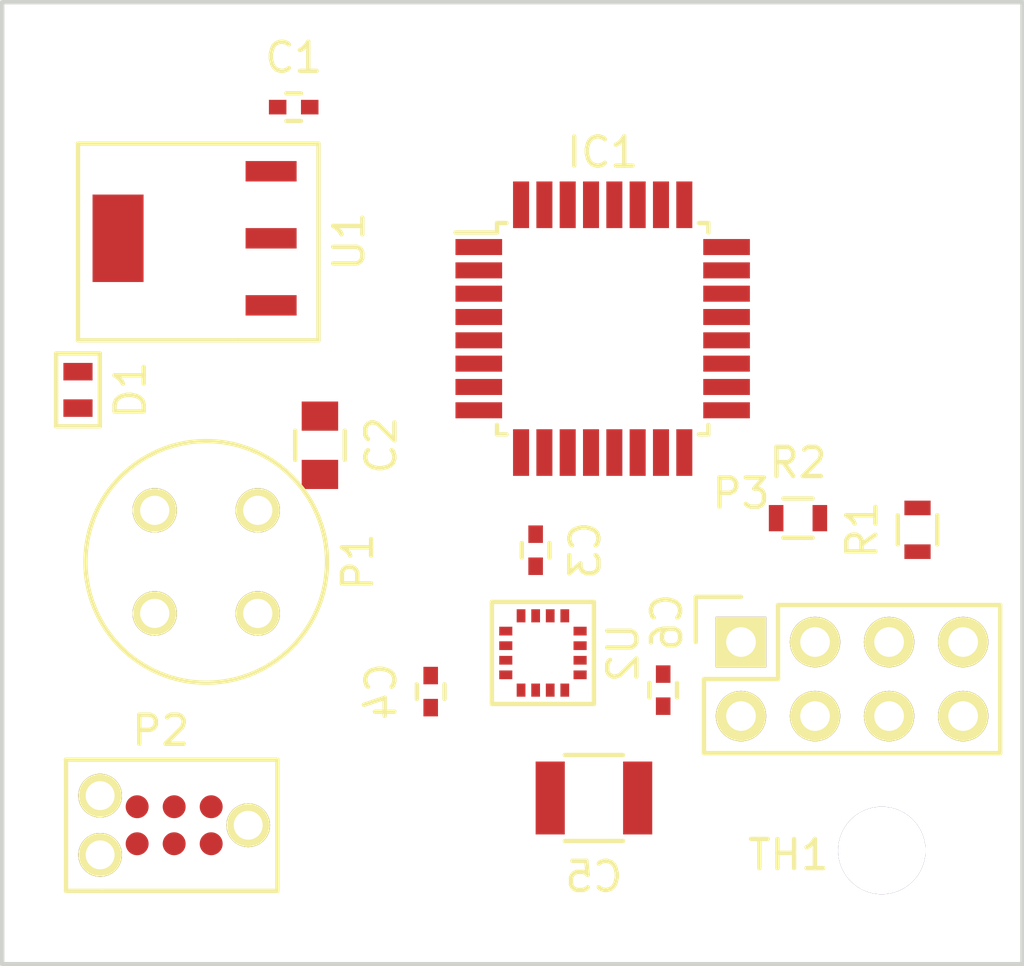
<source format=kicad_pcb>
(kicad_pcb (version 4) (host pcbnew 4.0.2-stable)

  (general
    (links 48)
    (no_connects 0)
    (area 112.288334 51.924999 150.075001 87.03626)
    (thickness 1.6)
    (drawings 4)
    (tracks 212)
    (zones 0)
    (modules 16)
    (nets 42)
  )

  (page A4)
  (layers
    (0 F.Cu signal)
    (31 B.Cu signal)
    (32 B.Adhes user)
    (33 F.Adhes user)
    (34 B.Paste user)
    (35 F.Paste user)
    (36 B.SilkS user)
    (37 F.SilkS user)
    (38 B.Mask user)
    (39 F.Mask user)
    (40 Dwgs.User user)
    (41 Cmts.User user)
    (42 Eco1.User user)
    (43 Eco2.User user)
    (44 Edge.Cuts user)
    (45 Margin user)
    (46 B.CrtYd user)
    (47 F.CrtYd user)
    (48 B.Fab user hide)
    (49 F.Fab user hide)
  )

  (setup
    (last_trace_width 0.25)
    (trace_clearance 0.16)
    (zone_clearance 0.2)
    (zone_45_only no)
    (trace_min 0.16)
    (segment_width 0.2)
    (edge_width 0.15)
    (via_size 0.6)
    (via_drill 0.4)
    (via_min_size 0.4)
    (via_min_drill 0.3)
    (uvia_size 0.3)
    (uvia_drill 0.1)
    (uvias_allowed no)
    (uvia_min_size 0.2)
    (uvia_min_drill 0.1)
    (pcb_text_width 0.3)
    (pcb_text_size 1.5 1.5)
    (mod_edge_width 0.15)
    (mod_text_size 1 1)
    (mod_text_width 0.15)
    (pad_size 1.524 1.524)
    (pad_drill 0.762)
    (pad_to_mask_clearance 0.2)
    (aux_axis_origin 0 0)
    (visible_elements FFFFFF7F)
    (pcbplotparams
      (layerselection 0x010f0_80000001)
      (usegerberextensions false)
      (excludeedgelayer true)
      (linewidth 0.100000)
      (plotframeref false)
      (viasonmask false)
      (mode 1)
      (useauxorigin false)
      (hpglpennumber 1)
      (hpglpenspeed 20)
      (hpglpendiameter 15)
      (hpglpenoverlay 2)
      (psnegative false)
      (psa4output false)
      (plotreference true)
      (plotvalue true)
      (plotinvisibletext false)
      (padsonsilk false)
      (subtractmaskfromsilk false)
      (outputformat 1)
      (mirror false)
      (drillshape 0)
      (scaleselection 1)
      (outputdirectory Outputs/Gerbers/))
  )

  (net 0 "")
  (net 1 /VBAT)
  (net 2 Earth)
  (net 3 /VDD)
  (net 4 "Net-(C5-Pad1)")
  (net 5 "Net-(C6-Pad1)")
  (net 6 "Net-(C6-Pad2)")
  (net 7 "Net-(IC1-Pad1)")
  (net 8 "Net-(IC1-Pad2)")
  (net 9 "Net-(IC1-Pad7)")
  (net 10 "Net-(IC1-Pad8)")
  (net 11 "Net-(IC1-Pad9)")
  (net 12 "Net-(IC1-Pad10)")
  (net 13 "Net-(IC1-Pad11)")
  (net 14 "Net-(IC1-Pad12)")
  (net 15 "Net-(IC1-Pad13)")
  (net 16 /MOSI)
  (net 17 /MISO)
  (net 18 /SCK)
  (net 19 "Net-(IC1-Pad19)")
  (net 20 "Net-(IC1-Pad20)")
  (net 21 "Net-(IC1-Pad22)")
  (net 22 "Net-(IC1-Pad23)")
  (net 23 "Net-(IC1-Pad24)")
  (net 24 "Net-(IC1-Pad25)")
  (net 25 "Net-(IC1-Pad26)")
  (net 26 /I2C_SDA)
  (net 27 /I2C_SCL)
  (net 28 /RST)
  (net 29 /UART_RX)
  (net 30 /UART_TX)
  (net 31 /DRDY_MAG)
  (net 32 "Net-(U1-Pad4)")
  (net 33 "Net-(U2-Pad3)")
  (net 34 "Net-(U2-Pad14)")
  (net 35 "Net-(U2-Pad6)")
  (net 36 "Net-(U2-Pad7)")
  (net 37 "Net-(U2-Pad5)")
  (net 38 "Net-(TH1-Pad1)")
  (net 39 /CS_NRF)
  (net 40 "Net-(P3-Pad3)")
  (net 41 "Net-(P3-Pad8)")

  (net_class Default "This is the default net class."
    (clearance 0.16)
    (trace_width 0.25)
    (via_dia 0.6)
    (via_drill 0.4)
    (uvia_dia 0.3)
    (uvia_drill 0.1)
    (add_net /CS_NRF)
    (add_net /DRDY_MAG)
    (add_net /I2C_SCL)
    (add_net /I2C_SDA)
    (add_net /MISO)
    (add_net /MOSI)
    (add_net /RST)
    (add_net /SCK)
    (add_net /UART_RX)
    (add_net /UART_TX)
    (add_net /VBAT)
    (add_net /VDD)
    (add_net Earth)
    (add_net "Net-(C5-Pad1)")
    (add_net "Net-(C6-Pad1)")
    (add_net "Net-(C6-Pad2)")
    (add_net "Net-(IC1-Pad1)")
    (add_net "Net-(IC1-Pad10)")
    (add_net "Net-(IC1-Pad11)")
    (add_net "Net-(IC1-Pad12)")
    (add_net "Net-(IC1-Pad13)")
    (add_net "Net-(IC1-Pad19)")
    (add_net "Net-(IC1-Pad2)")
    (add_net "Net-(IC1-Pad20)")
    (add_net "Net-(IC1-Pad22)")
    (add_net "Net-(IC1-Pad23)")
    (add_net "Net-(IC1-Pad24)")
    (add_net "Net-(IC1-Pad25)")
    (add_net "Net-(IC1-Pad26)")
    (add_net "Net-(IC1-Pad7)")
    (add_net "Net-(IC1-Pad8)")
    (add_net "Net-(IC1-Pad9)")
    (add_net "Net-(P3-Pad3)")
    (add_net "Net-(P3-Pad8)")
    (add_net "Net-(TH1-Pad1)")
    (add_net "Net-(U1-Pad4)")
    (add_net "Net-(U2-Pad14)")
    (add_net "Net-(U2-Pad3)")
    (add_net "Net-(U2-Pad5)")
    (add_net "Net-(U2-Pad6)")
    (add_net "Net-(U2-Pad7)")
  )

  (module Capacitors_SMD:C_0402 (layer F.Cu) (tedit 5415D599) (tstamp 56F433BE)
    (at 125 55.6)
    (descr "Capacitor SMD 0402, reflow soldering, AVX (see smccp.pdf)")
    (tags "capacitor 0402")
    (path /56F2EDA3)
    (attr smd)
    (fp_text reference C1 (at 0 -1.7) (layer F.SilkS)
      (effects (font (size 1 1) (thickness 0.15)))
    )
    (fp_text value "0.1 uF" (at 0 1.7) (layer F.Fab)
      (effects (font (size 1 1) (thickness 0.15)))
    )
    (fp_line (start -1.15 -0.6) (end 1.15 -0.6) (layer F.CrtYd) (width 0.05))
    (fp_line (start -1.15 0.6) (end 1.15 0.6) (layer F.CrtYd) (width 0.05))
    (fp_line (start -1.15 -0.6) (end -1.15 0.6) (layer F.CrtYd) (width 0.05))
    (fp_line (start 1.15 -0.6) (end 1.15 0.6) (layer F.CrtYd) (width 0.05))
    (fp_line (start 0.25 -0.475) (end -0.25 -0.475) (layer F.SilkS) (width 0.15))
    (fp_line (start -0.25 0.475) (end 0.25 0.475) (layer F.SilkS) (width 0.15))
    (pad 1 smd rect (at -0.55 0) (size 0.6 0.5) (layers F.Cu F.Paste F.Mask)
      (net 1 /VBAT))
    (pad 2 smd rect (at 0.55 0) (size 0.6 0.5) (layers F.Cu F.Paste F.Mask)
      (net 2 Earth))
    (model Capacitors_SMD.3dshapes/C_0402.wrl
      (at (xyz 0 0 0))
      (scale (xyz 1 1 1))
      (rotate (xyz 0 0 0))
    )
  )

  (module Capacitors_SMD:C_0805 (layer F.Cu) (tedit 5415D6EA) (tstamp 56F433C4)
    (at 125.9 67.2 270)
    (descr "Capacitor SMD 0805, reflow soldering, AVX (see smccp.pdf)")
    (tags "capacitor 0805")
    (path /56F2EDE4)
    (attr smd)
    (fp_text reference C2 (at 0 -2.1 270) (layer F.SilkS)
      (effects (font (size 1 1) (thickness 0.15)))
    )
    (fp_text value "10 uF" (at 0 2.1 270) (layer F.Fab)
      (effects (font (size 1 1) (thickness 0.15)))
    )
    (fp_line (start -1.8 -1) (end 1.8 -1) (layer F.CrtYd) (width 0.05))
    (fp_line (start -1.8 1) (end 1.8 1) (layer F.CrtYd) (width 0.05))
    (fp_line (start -1.8 -1) (end -1.8 1) (layer F.CrtYd) (width 0.05))
    (fp_line (start 1.8 -1) (end 1.8 1) (layer F.CrtYd) (width 0.05))
    (fp_line (start 0.5 -0.85) (end -0.5 -0.85) (layer F.SilkS) (width 0.15))
    (fp_line (start -0.5 0.85) (end 0.5 0.85) (layer F.SilkS) (width 0.15))
    (pad 1 smd rect (at -1 0 270) (size 1 1.25) (layers F.Cu F.Paste F.Mask)
      (net 3 /VDD))
    (pad 2 smd rect (at 1 0 270) (size 1 1.25) (layers F.Cu F.Paste F.Mask)
      (net 2 Earth))
    (model Capacitors_SMD.3dshapes/C_0805.wrl
      (at (xyz 0 0 0))
      (scale (xyz 1 1 1))
      (rotate (xyz 0 0 0))
    )
  )

  (module Capacitors_SMD:C_0402 (layer F.Cu) (tedit 5415D599) (tstamp 56F433CA)
    (at 133.3 70.8 90)
    (descr "Capacitor SMD 0402, reflow soldering, AVX (see smccp.pdf)")
    (tags "capacitor 0402")
    (path /56F2FFB9)
    (attr smd)
    (fp_text reference C3 (at 0 1.7 90) (layer F.SilkS)
      (effects (font (size 1 1) (thickness 0.15)) (justify mirror))
    )
    (fp_text value "0.1 uF" (at 0 -1.7 90) (layer F.Fab)
      (effects (font (size 1 1) (thickness 0.15)) (justify mirror))
    )
    (fp_line (start -1.15 0.6) (end 1.15 0.6) (layer F.CrtYd) (width 0.05))
    (fp_line (start -1.15 -0.6) (end 1.15 -0.6) (layer F.CrtYd) (width 0.05))
    (fp_line (start -1.15 0.6) (end -1.15 -0.6) (layer F.CrtYd) (width 0.05))
    (fp_line (start 1.15 0.6) (end 1.15 -0.6) (layer F.CrtYd) (width 0.05))
    (fp_line (start 0.25 0.475) (end -0.25 0.475) (layer F.SilkS) (width 0.15))
    (fp_line (start -0.25 -0.475) (end 0.25 -0.475) (layer F.SilkS) (width 0.15))
    (pad 1 smd rect (at -0.55 0 90) (size 0.6 0.5) (layers F.Cu F.Paste F.Mask)
      (net 3 /VDD))
    (pad 2 smd rect (at 0.55 0 90) (size 0.6 0.5) (layers F.Cu F.Paste F.Mask)
      (net 2 Earth))
    (model Capacitors_SMD.3dshapes/C_0402.wrl
      (at (xyz 0 0 0))
      (scale (xyz 1 1 1))
      (rotate (xyz 0 0 0))
    )
  )

  (module Capacitors_SMD:C_0402 (layer F.Cu) (tedit 5415D599) (tstamp 56F433D0)
    (at 129.7 75.65 270)
    (descr "Capacitor SMD 0402, reflow soldering, AVX (see smccp.pdf)")
    (tags "capacitor 0402")
    (path /56F3011B)
    (attr smd)
    (fp_text reference C4 (at 0 1.7 270) (layer F.SilkS)
      (effects (font (size 1 1) (thickness 0.15)) (justify mirror))
    )
    (fp_text value "0.1 uF" (at 0 -1.7 270) (layer F.Fab)
      (effects (font (size 1 1) (thickness 0.15)) (justify mirror))
    )
    (fp_line (start -1.15 0.6) (end 1.15 0.6) (layer F.CrtYd) (width 0.05))
    (fp_line (start -1.15 -0.6) (end 1.15 -0.6) (layer F.CrtYd) (width 0.05))
    (fp_line (start -1.15 0.6) (end -1.15 -0.6) (layer F.CrtYd) (width 0.05))
    (fp_line (start 1.15 0.6) (end 1.15 -0.6) (layer F.CrtYd) (width 0.05))
    (fp_line (start 0.25 0.475) (end -0.25 0.475) (layer F.SilkS) (width 0.15))
    (fp_line (start -0.25 -0.475) (end 0.25 -0.475) (layer F.SilkS) (width 0.15))
    (pad 1 smd rect (at -0.55 0 270) (size 0.6 0.5) (layers F.Cu F.Paste F.Mask)
      (net 3 /VDD))
    (pad 2 smd rect (at 0.55 0 270) (size 0.6 0.5) (layers F.Cu F.Paste F.Mask)
      (net 2 Earth))
    (model Capacitors_SMD.3dshapes/C_0402.wrl
      (at (xyz 0 0 0))
      (scale (xyz 1 1 1))
      (rotate (xyz 0 0 0))
    )
  )

  (module Capacitors_SMD:C_1210 (layer F.Cu) (tedit 5415D85D) (tstamp 56F433D6)
    (at 135.3 79.3)
    (descr "Capacitor SMD 1210, reflow soldering, AVX (see smccp.pdf)")
    (tags "capacitor 1210")
    (path /56F303F6)
    (attr smd)
    (fp_text reference C5 (at 0 2.7) (layer F.SilkS)
      (effects (font (size 1 1) (thickness 0.15)) (justify mirror))
    )
    (fp_text value "4.7 uF" (at 0 -2.7) (layer F.Fab)
      (effects (font (size 1 1) (thickness 0.15)) (justify mirror))
    )
    (fp_line (start -2.3 1.6) (end 2.3 1.6) (layer F.CrtYd) (width 0.05))
    (fp_line (start -2.3 -1.6) (end 2.3 -1.6) (layer F.CrtYd) (width 0.05))
    (fp_line (start -2.3 1.6) (end -2.3 -1.6) (layer F.CrtYd) (width 0.05))
    (fp_line (start 2.3 1.6) (end 2.3 -1.6) (layer F.CrtYd) (width 0.05))
    (fp_line (start 1 1.475) (end -1 1.475) (layer F.SilkS) (width 0.15))
    (fp_line (start -1 -1.475) (end 1 -1.475) (layer F.SilkS) (width 0.15))
    (pad 1 smd rect (at -1.5 0) (size 1 2.5) (layers F.Cu F.Paste F.Mask)
      (net 4 "Net-(C5-Pad1)"))
    (pad 2 smd rect (at 1.5 0) (size 1 2.5) (layers F.Cu F.Paste F.Mask)
      (net 2 Earth))
    (model Capacitors_SMD.3dshapes/C_1210.wrl
      (at (xyz 0 0 0))
      (scale (xyz 1 1 1))
      (rotate (xyz 0 0 0))
    )
  )

  (module Capacitors_SMD:C_0402 (layer F.Cu) (tedit 5415D599) (tstamp 56F433DC)
    (at 137.675 75.6 90)
    (descr "Capacitor SMD 0402, reflow soldering, AVX (see smccp.pdf)")
    (tags "capacitor 0402")
    (path /56F2FBEA)
    (attr smd)
    (fp_text reference C6 (at 2.325 0.125 90) (layer F.SilkS)
      (effects (font (size 1 1) (thickness 0.15)) (justify mirror))
    )
    (fp_text value "0.22 uF" (at 0 -1.7 90) (layer F.Fab)
      (effects (font (size 1 1) (thickness 0.15)) (justify mirror))
    )
    (fp_line (start -1.15 0.6) (end 1.15 0.6) (layer F.CrtYd) (width 0.05))
    (fp_line (start -1.15 -0.6) (end 1.15 -0.6) (layer F.CrtYd) (width 0.05))
    (fp_line (start -1.15 0.6) (end -1.15 -0.6) (layer F.CrtYd) (width 0.05))
    (fp_line (start 1.15 0.6) (end 1.15 -0.6) (layer F.CrtYd) (width 0.05))
    (fp_line (start 0.25 0.475) (end -0.25 0.475) (layer F.SilkS) (width 0.15))
    (fp_line (start -0.25 -0.475) (end 0.25 -0.475) (layer F.SilkS) (width 0.15))
    (pad 1 smd rect (at -0.55 0 90) (size 0.6 0.5) (layers F.Cu F.Paste F.Mask)
      (net 5 "Net-(C6-Pad1)"))
    (pad 2 smd rect (at 0.55 0 90) (size 0.6 0.5) (layers F.Cu F.Paste F.Mask)
      (net 6 "Net-(C6-Pad2)"))
    (model Capacitors_SMD.3dshapes/C_0402.wrl
      (at (xyz 0 0 0))
      (scale (xyz 1 1 1))
      (rotate (xyz 0 0 0))
    )
  )

  (module Diodes:TVS_0603 (layer F.Cu) (tedit 56F2FFF0) (tstamp 56F433E2)
    (at 117.6 65.3 90)
    (path /56F2F061)
    (solder_mask_margin 0.05)
    (fp_text reference D1 (at 0 1.8 90) (layer F.SilkS)
      (effects (font (size 1 1) (thickness 0.15)))
    )
    (fp_text value TVS (at -0.3 -1.9 90) (layer F.Fab)
      (effects (font (size 1 1) (thickness 0.15)))
    )
    (fp_line (start -1.25 0.75) (end -1.25 -0.75) (layer F.SilkS) (width 0.15))
    (fp_line (start 1.25 0.75) (end -1.25 0.75) (layer F.SilkS) (width 0.15))
    (fp_line (start 1.25 -0.75) (end 1.25 0.75) (layer F.SilkS) (width 0.15))
    (fp_line (start -1.25 -0.75) (end 1.25 -0.75) (layer F.SilkS) (width 0.15))
    (pad 1 smd rect (at -0.625 0 90) (size 0.6 1) (layers F.Cu F.Paste F.Mask)
      (net 1 /VBAT))
    (pad 2 smd rect (at 0.625 0 90) (size 0.6 1) (layers F.Cu F.Paste F.Mask)
      (net 2 Earth))
  )

  (module Housings_QFP:TQFP-32_7x7mm_Pitch0.8mm (layer F.Cu) (tedit 54130A77) (tstamp 56F43406)
    (at 135.6 63.2)
    (descr "32-Lead Plastic Thin Quad Flatpack (PT) - 7x7x1.0 mm Body, 2.00 mm [TQFP] (see Microchip Packaging Specification 00000049BS.pdf)")
    (tags "QFP 0.8")
    (path /56F13B84)
    (attr smd)
    (fp_text reference IC1 (at 0 -6.05) (layer F.SilkS)
      (effects (font (size 1 1) (thickness 0.15)))
    )
    (fp_text value ATMEGA328P-A (at 0 6.05) (layer F.Fab)
      (effects (font (size 1 1) (thickness 0.15)))
    )
    (fp_line (start -5.3 -5.3) (end -5.3 5.3) (layer F.CrtYd) (width 0.05))
    (fp_line (start 5.3 -5.3) (end 5.3 5.3) (layer F.CrtYd) (width 0.05))
    (fp_line (start -5.3 -5.3) (end 5.3 -5.3) (layer F.CrtYd) (width 0.05))
    (fp_line (start -5.3 5.3) (end 5.3 5.3) (layer F.CrtYd) (width 0.05))
    (fp_line (start -3.625 -3.625) (end -3.625 -3.3) (layer F.SilkS) (width 0.15))
    (fp_line (start 3.625 -3.625) (end 3.625 -3.3) (layer F.SilkS) (width 0.15))
    (fp_line (start 3.625 3.625) (end 3.625 3.3) (layer F.SilkS) (width 0.15))
    (fp_line (start -3.625 3.625) (end -3.625 3.3) (layer F.SilkS) (width 0.15))
    (fp_line (start -3.625 -3.625) (end -3.3 -3.625) (layer F.SilkS) (width 0.15))
    (fp_line (start -3.625 3.625) (end -3.3 3.625) (layer F.SilkS) (width 0.15))
    (fp_line (start 3.625 3.625) (end 3.3 3.625) (layer F.SilkS) (width 0.15))
    (fp_line (start 3.625 -3.625) (end 3.3 -3.625) (layer F.SilkS) (width 0.15))
    (fp_line (start -3.625 -3.3) (end -5.05 -3.3) (layer F.SilkS) (width 0.15))
    (pad 1 smd rect (at -4.25 -2.8) (size 1.6 0.55) (layers F.Cu F.Paste F.Mask)
      (net 7 "Net-(IC1-Pad1)"))
    (pad 2 smd rect (at -4.25 -2) (size 1.6 0.55) (layers F.Cu F.Paste F.Mask)
      (net 8 "Net-(IC1-Pad2)"))
    (pad 3 smd rect (at -4.25 -1.2) (size 1.6 0.55) (layers F.Cu F.Paste F.Mask)
      (net 2 Earth))
    (pad 4 smd rect (at -4.25 -0.4) (size 1.6 0.55) (layers F.Cu F.Paste F.Mask)
      (net 3 /VDD))
    (pad 5 smd rect (at -4.25 0.4) (size 1.6 0.55) (layers F.Cu F.Paste F.Mask)
      (net 2 Earth))
    (pad 6 smd rect (at -4.25 1.2) (size 1.6 0.55) (layers F.Cu F.Paste F.Mask)
      (net 3 /VDD))
    (pad 7 smd rect (at -4.25 2) (size 1.6 0.55) (layers F.Cu F.Paste F.Mask)
      (net 9 "Net-(IC1-Pad7)"))
    (pad 8 smd rect (at -4.25 2.8) (size 1.6 0.55) (layers F.Cu F.Paste F.Mask)
      (net 10 "Net-(IC1-Pad8)"))
    (pad 9 smd rect (at -2.8 4.25 90) (size 1.6 0.55) (layers F.Cu F.Paste F.Mask)
      (net 11 "Net-(IC1-Pad9)"))
    (pad 10 smd rect (at -2 4.25 90) (size 1.6 0.55) (layers F.Cu F.Paste F.Mask)
      (net 12 "Net-(IC1-Pad10)"))
    (pad 11 smd rect (at -1.2 4.25 90) (size 1.6 0.55) (layers F.Cu F.Paste F.Mask)
      (net 13 "Net-(IC1-Pad11)"))
    (pad 12 smd rect (at -0.4 4.25 90) (size 1.6 0.55) (layers F.Cu F.Paste F.Mask)
      (net 14 "Net-(IC1-Pad12)"))
    (pad 13 smd rect (at 0.4 4.25 90) (size 1.6 0.55) (layers F.Cu F.Paste F.Mask)
      (net 15 "Net-(IC1-Pad13)"))
    (pad 14 smd rect (at 1.2 4.25 90) (size 1.6 0.55) (layers F.Cu F.Paste F.Mask)
      (net 39 /CS_NRF))
    (pad 15 smd rect (at 2 4.25 90) (size 1.6 0.55) (layers F.Cu F.Paste F.Mask)
      (net 16 /MOSI))
    (pad 16 smd rect (at 2.8 4.25 90) (size 1.6 0.55) (layers F.Cu F.Paste F.Mask)
      (net 17 /MISO))
    (pad 17 smd rect (at 4.25 2.8) (size 1.6 0.55) (layers F.Cu F.Paste F.Mask)
      (net 18 /SCK))
    (pad 18 smd rect (at 4.25 2) (size 1.6 0.55) (layers F.Cu F.Paste F.Mask)
      (net 3 /VDD))
    (pad 19 smd rect (at 4.25 1.2) (size 1.6 0.55) (layers F.Cu F.Paste F.Mask)
      (net 19 "Net-(IC1-Pad19)"))
    (pad 20 smd rect (at 4.25 0.4) (size 1.6 0.55) (layers F.Cu F.Paste F.Mask)
      (net 20 "Net-(IC1-Pad20)"))
    (pad 21 smd rect (at 4.25 -0.4) (size 1.6 0.55) (layers F.Cu F.Paste F.Mask)
      (net 2 Earth))
    (pad 22 smd rect (at 4.25 -1.2) (size 1.6 0.55) (layers F.Cu F.Paste F.Mask)
      (net 21 "Net-(IC1-Pad22)"))
    (pad 23 smd rect (at 4.25 -2) (size 1.6 0.55) (layers F.Cu F.Paste F.Mask)
      (net 22 "Net-(IC1-Pad23)"))
    (pad 24 smd rect (at 4.25 -2.8) (size 1.6 0.55) (layers F.Cu F.Paste F.Mask)
      (net 23 "Net-(IC1-Pad24)"))
    (pad 25 smd rect (at 2.8 -4.25 90) (size 1.6 0.55) (layers F.Cu F.Paste F.Mask)
      (net 24 "Net-(IC1-Pad25)"))
    (pad 26 smd rect (at 2 -4.25 90) (size 1.6 0.55) (layers F.Cu F.Paste F.Mask)
      (net 25 "Net-(IC1-Pad26)"))
    (pad 27 smd rect (at 1.2 -4.25 90) (size 1.6 0.55) (layers F.Cu F.Paste F.Mask)
      (net 26 /I2C_SDA))
    (pad 28 smd rect (at 0.4 -4.25 90) (size 1.6 0.55) (layers F.Cu F.Paste F.Mask)
      (net 27 /I2C_SCL))
    (pad 29 smd rect (at -0.4 -4.25 90) (size 1.6 0.55) (layers F.Cu F.Paste F.Mask)
      (net 28 /RST))
    (pad 30 smd rect (at -1.2 -4.25 90) (size 1.6 0.55) (layers F.Cu F.Paste F.Mask)
      (net 29 /UART_RX))
    (pad 31 smd rect (at -2 -4.25 90) (size 1.6 0.55) (layers F.Cu F.Paste F.Mask)
      (net 30 /UART_TX))
    (pad 32 smd rect (at -2.8 -4.25 90) (size 1.6 0.55) (layers F.Cu F.Paste F.Mask)
      (net 31 /DRDY_MAG))
    (model Housings_QFP.3dshapes/TQFP-32_7x7mm_Pitch0.8mm.wrl
      (at (xyz 0 0 0))
      (scale (xyz 1 1 1))
      (rotate (xyz 0 0 0))
    )
  )

  (module connectors:12-04PFFP-SF8001 (layer F.Cu) (tedit 56F2F9C2) (tstamp 56F4340F)
    (at 122 71.2 90)
    (path /56F30E08)
    (fp_text reference P1 (at 0 5.2 90) (layer F.SilkS)
      (effects (font (size 1 1) (thickness 0.15)))
    )
    (fp_text value 12-04PFFP-SF8001 (at -0.4 -5 90) (layer F.Fab)
      (effects (font (size 1 1) (thickness 0.15)))
    )
    (fp_circle (center 0 0) (end 3.9 -1.4) (layer F.SilkS) (width 0.15))
    (pad 1 thru_hole circle (at 1.7678 1.7678 90) (size 1.524 1.524) (drill 1) (layers *.Cu *.Mask F.SilkS)
      (net 1 /VBAT))
    (pad 2 thru_hole circle (at 1.7678 -1.7678 90) (size 1.524 1.524) (drill 1) (layers *.Cu *.Mask F.SilkS)
      (net 2 Earth))
    (pad 3 thru_hole circle (at -1.7678 -1.7678 90) (size 1.524 1.524) (drill 1) (layers *.Cu *.Mask F.SilkS)
      (net 30 /UART_TX))
    (pad 4 thru_hole circle (at -1.7678 1.7678 90) (size 1.524 1.524) (drill 1) (layers *.Cu *.Mask F.SilkS)
      (net 29 /UART_RX))
  )

  (module connectors:TC2030-IDC-NL-AVR (layer F.Cu) (tedit 56F30336) (tstamp 56F43421)
    (at 123.44 80.235 180)
    (path /56F2E511)
    (solder_mask_margin 0.06)
    (fp_text reference P2 (at 3 3.25 180) (layer F.SilkS)
      (effects (font (size 1 1) (thickness 0.15)))
    )
    (fp_text value TC2030-IDC-NL-AVR (at 2.75 -3.25 180) (layer F.Fab)
      (effects (font (size 1 1) (thickness 0.15)))
    )
    (fp_line (start -1 -2.25) (end 5 -2.25) (layer F.SilkS) (width 0.15))
    (fp_line (start -1 2.25) (end -1 -2.25) (layer F.SilkS) (width 0.15))
    (fp_line (start 6.25 2.25) (end -1 2.25) (layer F.SilkS) (width 0.15))
    (fp_line (start 6.25 -2.25) (end 6.25 2.25) (layer F.SilkS) (width 0.15))
    (fp_line (start 5 -2.25) (end 6.25 -2.25) (layer F.SilkS) (width 0.15))
    (pad "" np_thru_hole circle (at 5.08 -1.016 180) (size 1.5 1.5) (drill 0.991) (layers *.Cu *.Mask F.SilkS))
    (pad "" np_thru_hole circle (at 5.08 1.016 180) (size 1.5 1.5) (drill 0.991) (layers *.Cu *.Mask F.SilkS))
    (pad "" np_thru_hole circle (at 0 0 180) (size 1.5 1.5) (drill 0.991) (layers *.Cu *.Mask F.SilkS))
    (pad 1 smd circle (at 1.27 0.635 180) (size 0.787 0.787) (layers F.Cu F.Paste F.Mask)
      (net 17 /MISO))
    (pad 2 smd circle (at 1.27 -0.635 180) (size 0.787 0.787) (layers F.Cu F.Paste F.Mask)
      (net 3 /VDD))
    (pad 3 smd circle (at 2.54 0.635 180) (size 0.787 0.787) (layers F.Cu F.Paste F.Mask)
      (net 18 /SCK))
    (pad 4 smd circle (at 2.54 -0.635 180) (size 0.787 0.787) (layers F.Cu F.Paste F.Mask)
      (net 16 /MOSI))
    (pad 5 smd circle (at 3.81 0.635 180) (size 0.787 0.787) (layers F.Cu F.Paste F.Mask)
      (net 28 /RST))
    (pad 6 smd circle (at 3.81 -0.635 180) (size 0.787 0.787) (layers F.Cu F.Paste F.Mask)
      (net 2 Earth))
  )

  (module Resistors_SMD:R_0603 (layer F.Cu) (tedit 5415CC62) (tstamp 56F43427)
    (at 146.4 70.1 90)
    (descr "Resistor SMD 0603, reflow soldering, Vishay (see dcrcw.pdf)")
    (tags "resistor 0603")
    (path /56F306D4)
    (attr smd)
    (fp_text reference R1 (at 0 -1.9 90) (layer F.SilkS)
      (effects (font (size 1 1) (thickness 0.15)))
    )
    (fp_text value 2.2K (at 0 1.9 90) (layer F.Fab)
      (effects (font (size 1 1) (thickness 0.15)))
    )
    (fp_line (start -1.3 -0.8) (end 1.3 -0.8) (layer F.CrtYd) (width 0.05))
    (fp_line (start -1.3 0.8) (end 1.3 0.8) (layer F.CrtYd) (width 0.05))
    (fp_line (start -1.3 -0.8) (end -1.3 0.8) (layer F.CrtYd) (width 0.05))
    (fp_line (start 1.3 -0.8) (end 1.3 0.8) (layer F.CrtYd) (width 0.05))
    (fp_line (start 0.5 0.675) (end -0.5 0.675) (layer F.SilkS) (width 0.15))
    (fp_line (start -0.5 -0.675) (end 0.5 -0.675) (layer F.SilkS) (width 0.15))
    (pad 1 smd rect (at -0.75 0 90) (size 0.5 0.9) (layers F.Cu F.Paste F.Mask)
      (net 3 /VDD))
    (pad 2 smd rect (at 0.75 0 90) (size 0.5 0.9) (layers F.Cu F.Paste F.Mask)
      (net 27 /I2C_SCL))
    (model Resistors_SMD.3dshapes/R_0603.wrl
      (at (xyz 0 0 0))
      (scale (xyz 1 1 1))
      (rotate (xyz 0 0 0))
    )
  )

  (module Resistors_SMD:R_0603 (layer F.Cu) (tedit 5415CC62) (tstamp 56F4342D)
    (at 142.3 69.7)
    (descr "Resistor SMD 0603, reflow soldering, Vishay (see dcrcw.pdf)")
    (tags "resistor 0603")
    (path /56F307A7)
    (attr smd)
    (fp_text reference R2 (at 0 -1.9) (layer F.SilkS)
      (effects (font (size 1 1) (thickness 0.15)))
    )
    (fp_text value 2.2K (at 0 1.9) (layer F.Fab)
      (effects (font (size 1 1) (thickness 0.15)))
    )
    (fp_line (start -1.3 -0.8) (end 1.3 -0.8) (layer F.CrtYd) (width 0.05))
    (fp_line (start -1.3 0.8) (end 1.3 0.8) (layer F.CrtYd) (width 0.05))
    (fp_line (start -1.3 -0.8) (end -1.3 0.8) (layer F.CrtYd) (width 0.05))
    (fp_line (start 1.3 -0.8) (end 1.3 0.8) (layer F.CrtYd) (width 0.05))
    (fp_line (start 0.5 0.675) (end -0.5 0.675) (layer F.SilkS) (width 0.15))
    (fp_line (start -0.5 -0.675) (end 0.5 -0.675) (layer F.SilkS) (width 0.15))
    (pad 1 smd rect (at -0.75 0) (size 0.5 0.9) (layers F.Cu F.Paste F.Mask)
      (net 3 /VDD))
    (pad 2 smd rect (at 0.75 0) (size 0.5 0.9) (layers F.Cu F.Paste F.Mask)
      (net 26 /I2C_SDA))
    (model Resistors_SMD.3dshapes/R_0603.wrl
      (at (xyz 0 0 0))
      (scale (xyz 1 1 1))
      (rotate (xyz 0 0 0))
    )
  )

  (module PowerPackages:SOT-223 (layer F.Cu) (tedit 56F2FF15) (tstamp 56F43435)
    (at 121.6 60.1 90)
    (path /56F1439A)
    (fp_text reference U1 (at -0.1 5.3 90) (layer F.SilkS)
      (effects (font (size 1 1) (thickness 0.15)))
    )
    (fp_text value LD1117 (at -0.1 -5 90) (layer F.Fab)
      (effects (font (size 1 1) (thickness 0.15)))
    )
    (fp_line (start -3.5 4.25) (end -3.5 1.5) (layer F.SilkS) (width 0.15))
    (fp_line (start 3.25 4.25) (end -3.5 4.25) (layer F.SilkS) (width 0.15))
    (fp_line (start 3.25 -4) (end 3.25 4.25) (layer F.SilkS) (width 0.15))
    (fp_line (start -3.5 -4) (end 3.25 -4) (layer F.SilkS) (width 0.15))
    (fp_line (start -3.5 1.5) (end -3.5 -4) (layer F.SilkS) (width 0.15))
    (pad 1 smd rect (at -2.3 2.625 90) (size 0.7 1.75) (layers F.Cu F.Paste F.Mask)
      (net 2 Earth))
    (pad 2 smd rect (at 0 2.625 90) (size 0.7 1.75) (layers F.Cu F.Paste F.Mask)
      (net 3 /VDD))
    (pad 3 smd rect (at 2.3 2.625 90) (size 0.7 1.75) (layers F.Cu F.Paste F.Mask)
      (net 1 /VBAT))
    (pad 4 smd rect (at 0 -2.625 90) (size 3 1.75) (layers F.Cu F.Paste F.Mask)
      (net 32 "Net-(U1-Pad4)"))
  )

  (module LCC:LCC16 (layer F.Cu) (tedit 56F3060E) (tstamp 56F4344D)
    (at 133.55 74.325 270)
    (path /56F2E785)
    (solder_mask_margin 0.04)
    (fp_text reference U2 (at 0 -2.75 270) (layer F.SilkS)
      (effects (font (size 1 1) (thickness 0.15)) (justify mirror))
    )
    (fp_text value HMC5883 (at -0.25 2.75 270) (layer F.Fab)
      (effects (font (size 1 1) (thickness 0.15)) (justify mirror))
    )
    (fp_line (start -1.75 -1.75) (end -1.75 1.75) (layer F.SilkS) (width 0.15))
    (fp_line (start 1.75 -1.75) (end -1.75 -1.75) (layer F.SilkS) (width 0.15))
    (fp_line (start 1.75 1.75) (end 1.75 -1.75) (layer F.SilkS) (width 0.15))
    (fp_line (start -1.75 1.75) (end 1.75 1.75) (layer F.SilkS) (width 0.15))
    (pad 10 smd rect (at 1.275 -0.25 270) (size 0.45 0.3) (layers F.Cu F.Paste F.Mask)
      (net 4 "Net-(C5-Pad1)"))
    (pad 11 smd rect (at 1.275 0.25 270) (size 0.45 0.3) (layers F.Cu F.Paste F.Mask)
      (net 2 Earth))
    (pad 9 smd rect (at 1.275 -0.75 270) (size 0.45 0.3) (layers F.Cu F.Paste F.Mask)
      (net 2 Earth))
    (pad 12 smd rect (at 1.275 0.75 270) (size 0.45 0.3) (layers F.Cu F.Paste F.Mask)
      (net 5 "Net-(C6-Pad1)"))
    (pad 4 smd rect (at -1.275 -0.75 270) (size 0.45 0.3) (layers F.Cu F.Paste F.Mask)
      (net 3 /VDD))
    (pad 3 smd rect (at -1.275 -0.25 270) (size 0.45 0.3) (layers F.Cu F.Paste F.Mask)
      (net 33 "Net-(U2-Pad3)"))
    (pad 2 smd rect (at -1.275 0.25 270) (size 0.45 0.3) (layers F.Cu F.Paste F.Mask)
      (net 3 /VDD))
    (pad 1 smd rect (at -1.275 0.75 270) (size 0.45 0.3) (layers F.Cu F.Paste F.Mask)
      (net 27 /I2C_SCL))
    (pad 14 smd rect (at 0.25 1.275 270) (size 0.3 0.45) (layers F.Cu F.Paste F.Mask)
      (net 34 "Net-(U2-Pad14)"))
    (pad 15 smd rect (at -0.25 1.275 270) (size 0.3 0.45) (layers F.Cu F.Paste F.Mask)
      (net 31 /DRDY_MAG))
    (pad 16 smd rect (at -0.75 1.275 270) (size 0.3 0.45) (layers F.Cu F.Paste F.Mask)
      (net 26 /I2C_SDA))
    (pad 13 smd rect (at 0.75 1.275 270) (size 0.3 0.45) (layers F.Cu F.Paste F.Mask)
      (net 3 /VDD))
    (pad 6 smd rect (at -0.25 -1.275 270) (size 0.3 0.45) (layers F.Cu F.Paste F.Mask)
      (net 35 "Net-(U2-Pad6)"))
    (pad 7 smd rect (at 0.25 -1.275 270) (size 0.3 0.45) (layers F.Cu F.Paste F.Mask)
      (net 36 "Net-(U2-Pad7)"))
    (pad 5 smd rect (at -0.75 -1.275 270) (size 0.3 0.45) (layers F.Cu F.Paste F.Mask)
      (net 37 "Net-(U2-Pad5)"))
    (pad 8 smd rect (at 0.75 -1.275 270) (size 0.3 0.45) (layers F.Cu F.Paste F.Mask)
      (net 6 "Net-(C6-Pad2)"))
  )

  (module Mounting_Holes:MountingHole_3mm (layer F.Cu) (tedit 0) (tstamp 56F37706)
    (at 145.175 81.1)
    (descr "Mounting hole, Befestigungsbohrung, 3mm, No Annular, Kein Restring,")
    (tags "Mounting hole, Befestigungsbohrung, 3mm, No Annular, Kein Restring,")
    (path /56F378D7)
    (fp_text reference TH1 (at -3.2 0.15) (layer F.SilkS)
      (effects (font (size 1 1) (thickness 0.15)))
    )
    (fp_text value PTH (at 1.00076 5.00126) (layer F.Fab)
      (effects (font (size 1 1) (thickness 0.15)))
    )
    (fp_circle (center 0 0) (end 3 0) (layer Cmts.User) (width 0.381))
    (pad 1 thru_hole circle (at 0 0) (size 3 3) (drill 3) (layers)
      (net 38 "Net-(TH1-Pad1)"))
  )

  (module Socket_Strips:Socket_Strip_Straight_2x04 (layer F.Cu) (tedit 0) (tstamp 572A9ECC)
    (at 140.345 73.95)
    (descr "Through hole socket strip")
    (tags "socket strip")
    (path /572A2FC7)
    (fp_text reference P3 (at 0 -5.1) (layer F.SilkS)
      (effects (font (size 1 1) (thickness 0.15)))
    )
    (fp_text value CONN_02X04 (at 0 -3.1) (layer F.Fab)
      (effects (font (size 1 1) (thickness 0.15)))
    )
    (fp_line (start -1.75 -1.75) (end -1.75 4.3) (layer F.CrtYd) (width 0.05))
    (fp_line (start 9.4 -1.75) (end 9.4 4.3) (layer F.CrtYd) (width 0.05))
    (fp_line (start -1.75 -1.75) (end 9.4 -1.75) (layer F.CrtYd) (width 0.05))
    (fp_line (start -1.75 4.3) (end 9.4 4.3) (layer F.CrtYd) (width 0.05))
    (fp_line (start 1.27 -1.27) (end 8.89 -1.27) (layer F.SilkS) (width 0.15))
    (fp_line (start 8.89 -1.27) (end 8.89 3.81) (layer F.SilkS) (width 0.15))
    (fp_line (start 8.89 3.81) (end -1.27 3.81) (layer F.SilkS) (width 0.15))
    (fp_line (start -1.27 3.81) (end -1.27 1.27) (layer F.SilkS) (width 0.15))
    (fp_line (start 0 -1.55) (end -1.55 -1.55) (layer F.SilkS) (width 0.15))
    (fp_line (start -1.27 1.27) (end 1.27 1.27) (layer F.SilkS) (width 0.15))
    (fp_line (start 1.27 1.27) (end 1.27 -1.27) (layer F.SilkS) (width 0.15))
    (fp_line (start -1.55 -1.55) (end -1.55 0) (layer F.SilkS) (width 0.15))
    (pad 1 thru_hole rect (at 0 0) (size 1.7272 1.7272) (drill 1.016) (layers *.Cu *.Mask F.SilkS)
      (net 2 Earth))
    (pad 2 thru_hole oval (at 0 2.54) (size 1.7272 1.7272) (drill 1.016) (layers *.Cu *.Mask F.SilkS)
      (net 3 /VDD))
    (pad 3 thru_hole oval (at 2.54 0) (size 1.7272 1.7272) (drill 1.016) (layers *.Cu *.Mask F.SilkS)
      (net 40 "Net-(P3-Pad3)"))
    (pad 4 thru_hole oval (at 2.54 2.54) (size 1.7272 1.7272) (drill 1.016) (layers *.Cu *.Mask F.SilkS)
      (net 39 /CS_NRF))
    (pad 5 thru_hole oval (at 5.08 0) (size 1.7272 1.7272) (drill 1.016) (layers *.Cu *.Mask F.SilkS)
      (net 18 /SCK))
    (pad 6 thru_hole oval (at 5.08 2.54) (size 1.7272 1.7272) (drill 1.016) (layers *.Cu *.Mask F.SilkS)
      (net 16 /MOSI))
    (pad 7 thru_hole oval (at 7.62 0) (size 1.7272 1.7272) (drill 1.016) (layers *.Cu *.Mask F.SilkS)
      (net 17 /MISO))
    (pad 8 thru_hole oval (at 7.62 2.54) (size 1.7272 1.7272) (drill 1.016) (layers *.Cu *.Mask F.SilkS)
      (net 41 "Net-(P3-Pad8)"))
    (model Socket_Strips.3dshapes/Socket_Strip_Straight_2x04.wrl
      (at (xyz 0.15 -0.05 0))
      (scale (xyz 1 1 1))
      (rotate (xyz 0 0 180))
    )
  )

  (gr_line (start 150 85) (end 115 85) (layer Edge.Cuts) (width 0.15))
  (gr_line (start 150 52) (end 150 85) (layer Edge.Cuts) (width 0.15))
  (gr_line (start 115 52) (end 150 52) (layer Edge.Cuts) (width 0.15))
  (gr_line (start 115 85) (end 115 52) (layer Edge.Cuts) (width 0.15))
)

</source>
